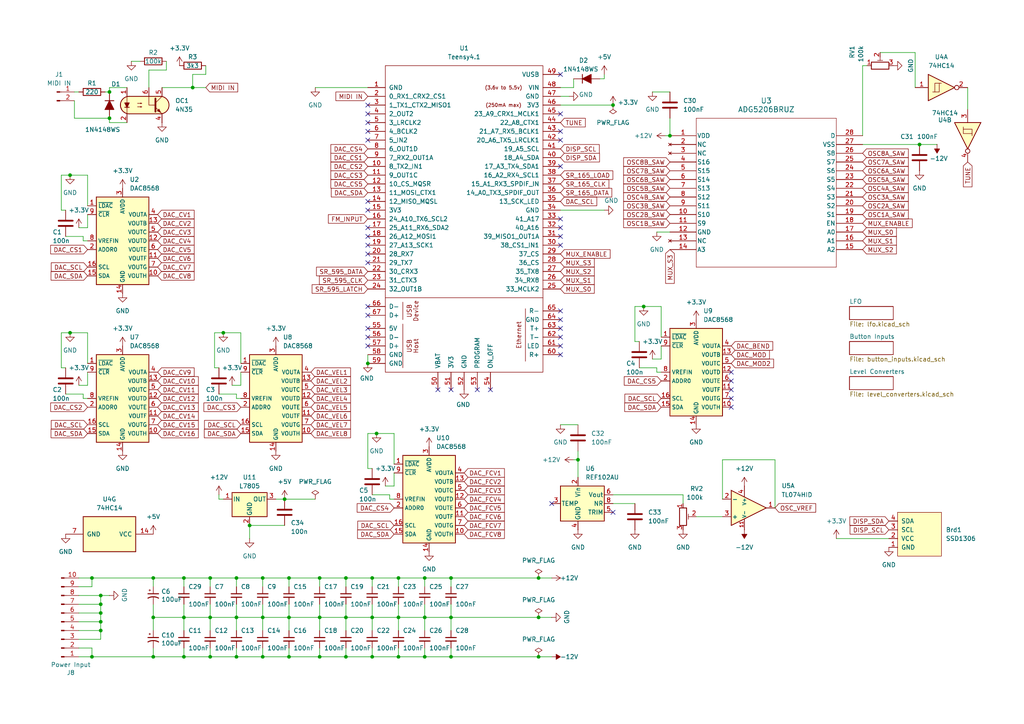
<source format=kicad_sch>
(kicad_sch (version 20250114) (generator "eeschema") (generator_version "9.0")
  (paper "A4")
  (title_block (title "8 note 16 bit MIDI to CV") (rev "0.0.1") (company "Craig Barnes") (comment 1 "Andreas Oswald Hierzenberger") (comment 2 "Transcribed by Syboxez"))
  (junction (at 60.96 190.5))
  (junction (at 106.68 105.41))
  (junction (at 156.21 167.64))
  (junction (at 107.95 190.5))
  (junction (at 53.34 179.07))
  (junction (at 44.45 179.07))
  (junction (at 53.34 167.64))
  (junction (at 107.95 179.07))
  (junction (at 107.95 167.64))
  (junction (at 100.33 167.64))
  (junction (at 92.71 167.64))
  (junction (at 20.32 96.52))
  (junction (at 68.58 190.5))
  (junction (at 83.82 167.64))
  (junction (at 167.64 133.35))
  (junction (at 60.96 179.07))
  (junction (at 82.55 144.78))
  (junction (at 130.81 190.5))
  (junction (at 64.77 96.52))
  (junction (at 44.45 167.64))
  (junction (at 177.8 30.48))
  (junction (at 76.2 190.5))
  (junction (at 100.33 179.07))
  (junction (at 92.71 190.5))
  (junction (at 55.88 25.4))
  (junction (at 130.81 167.64))
  (junction (at 100.33 190.5))
  (junction (at 156.21 179.07))
  (junction (at 123.19 179.07))
  (junction (at 60.96 167.64))
  (junction (at 26.67 190.5))
  (junction (at 76.2 167.64))
  (junction (at 31.75 34.29))
  (junction (at 130.81 179.07))
  (junction (at 186.69 88.9))
  (junction (at 109.22 125.73))
  (junction (at 76.2 179.07))
  (junction (at 266.7 41.91))
  (junction (at 44.45 190.5))
  (junction (at 194.31 39.37))
  (junction (at 83.82 179.07))
  (junction (at 31.75 26.67))
  (junction (at 68.58 179.07))
  (junction (at 115.57 179.07))
  (junction (at 83.82 190.5))
  (junction (at 29.21 172.72))
  (junction (at 115.57 167.64))
  (junction (at 29.21 175.26))
  (junction (at 156.21 190.5))
  (junction (at 29.21 182.88))
  (junction (at 20.32 50.8))
  (junction (at 29.21 180.34))
  (junction (at 123.19 190.5))
  (junction (at 92.71 179.07))
  (junction (at 68.58 167.64))
  (junction (at 115.57 190.5))
  (junction (at 53.34 190.5))
  (junction (at 72.39 152.4))
  (junction (at 29.21 177.8))
  (junction (at 123.19 167.64))
  (junction (at 26.67 167.64))
  (no_connect (at 106.68 95.25))
  (no_connect (at 106.68 30.48))
  (no_connect (at 162.56 21.59))
  (no_connect (at 212.09 118.11))
  (no_connect (at 106.68 97.79))
  (no_connect (at 106.68 71.12))
  (no_connect (at 162.56 71.12))
  (no_connect (at 130.81 113.03))
  (no_connect (at 162.56 95.25))
  (no_connect (at 160.02 146.05))
  (no_connect (at 212.09 110.49))
  (no_connect (at 212.09 115.57))
  (no_connect (at 106.68 91.44))
  (no_connect (at 162.56 66.04))
  (no_connect (at 162.56 92.71))
  (no_connect (at 106.68 40.64))
  (no_connect (at 162.56 100.33))
  (no_connect (at 106.68 73.66))
  (no_connect (at 162.56 38.1))
  (no_connect (at 106.68 38.1))
  (no_connect (at 106.68 76.2))
  (no_connect (at 138.43 113.03))
  (no_connect (at 106.68 100.33))
  (no_connect (at 106.68 58.42))
  (no_connect (at 162.56 40.64))
  (no_connect (at 162.56 102.87))
  (no_connect (at 106.68 35.56))
  (no_connect (at 106.68 66.04))
  (no_connect (at 162.56 97.79))
  (no_connect (at 106.68 68.58))
  (no_connect (at 106.68 88.9))
  (no_connect (at 162.56 68.58))
  (no_connect (at 212.09 107.95))
  (no_connect (at 106.68 33.02))
  (no_connect (at 162.56 33.02))
  (no_connect (at 162.56 90.17))
  (no_connect (at 162.56 48.26))
  (no_connect (at 106.68 60.96))
  (no_connect (at 142.24 113.03))
  (no_connect (at 212.09 113.03))
  (no_connect (at 177.8 148.59))
  (no_connect (at 162.56 63.5))
  (no_connect (at 127 113.03))
  (wire (pts (xy 68.58 114.3) (xy 68.58 115.57)))
  (wire (pts (xy 29.21 180.34) (xy 29.21 177.8)))
  (wire (pts (xy 115.57 179.07) (xy 123.19 179.07)))
  (wire (pts (xy 55.88 21.59) (xy 55.88 25.4)))
  (wire (pts (xy 43.18 20.32) (xy 43.18 25.4)))
  (wire (pts (xy 22.86 170.18) (xy 26.67 170.18)))
  (wire (pts (xy 29.21 172.72) (xy 29.21 175.26)))
  (wire (pts (xy 26.67 167.64) (xy 44.45 167.64)))
  (wire (pts (xy 83.82 175.26) (xy 83.82 179.07)))
  (wire (pts (xy 25.4 96.52) (xy 20.32 96.52)))
  (wire (pts (xy 83.82 179.07) (xy 92.71 179.07)))
  (wire (pts (xy 130.81 170.18) (xy 130.81 167.64)))
  (wire (pts (xy 44.45 170.18) (xy 44.45 167.64)))
  (wire (pts (xy 31.75 25.4) (xy 36.83 25.4)))
  (wire (pts (xy 31.75 26.67) (xy 31.75 25.4)))
  (wire (pts (xy 55.88 25.4) (xy 46.99 25.4)))
  (wire (pts (xy 107.95 175.26) (xy 107.95 179.07)))
  (wire (pts (xy 166.37 22.86) (xy 166.37 25.4)))
  (wire (pts (xy 113.03 144.78) (xy 114.3 144.78)))
  (wire (pts (xy 123.19 167.64) (xy 130.81 167.64)))
  (wire (pts (xy 106.68 125.73) (xy 106.68 135.89)))
  (wire (pts (xy 63.5 114.3) (xy 68.58 114.3)))
  (wire (pts (xy 250.19 19.05) (xy 251.46 19.05)))
  (wire (pts (xy 92.71 187.96) (xy 92.71 190.5)))
  (wire (pts (xy 62.23 106.68) (xy 63.5 106.68)))
  (wire (pts (xy 115.57 175.26) (xy 115.57 179.07)))
  (wire (pts (xy 53.34 179.07) (xy 53.34 182.88)))
  (wire (pts (xy 60.96 175.26) (xy 60.96 179.07)))
  (wire (pts (xy 115.57 179.07) (xy 115.57 182.88)))
  (wire (pts (xy 48.26 17.78) (xy 48.26 20.32)))
  (wire (pts (xy 92.71 179.07) (xy 92.71 182.88)))
  (wire (pts (xy 83.82 190.5) (xy 92.71 190.5)))
  (wire (pts (xy 68.58 170.18) (xy 68.58 167.64)))
  (wire (pts (xy 25.4 105.41) (xy 25.4 96.52)))
  (wire (pts (xy 166.37 25.4) (xy 162.56 25.4)))
  (wire (pts (xy 60.96 187.96) (xy 60.96 190.5)))
  (wire (pts (xy 59.69 25.4) (xy 55.88 25.4)))
  (wire (pts (xy 106.68 135.89) (xy 107.95 135.89)))
  (wire (pts (xy 209.55 133.35) (xy 209.55 144.78)))
  (wire (pts (xy 194.31 34.29) (xy 194.31 39.37)))
  (wire (pts (xy 162.56 60.96) (xy 175.26 60.96)))
  (wire (pts (xy 92.71 190.5) (xy 100.33 190.5)))
  (wire (pts (xy 191.77 97.79) (xy 191.77 88.9)))
  (wire (pts (xy 250.19 41.91) (xy 266.7 41.91)))
  (wire (pts (xy 123.19 170.18) (xy 123.19 167.64)))
  (wire (pts (xy 76.2 175.26) (xy 76.2 179.07)))
  (wire (pts (xy 184.15 99.06) (xy 185.42 99.06)))
  (wire (pts (xy 44.45 179.07) (xy 44.45 182.88)))
  (wire (pts (xy 201.93 149.86) (xy 209.55 149.86)))
  (wire (pts (xy 92.71 170.18) (xy 92.71 167.64)))
  (wire (pts (xy 68.58 190.5) (xy 76.2 190.5)))
  (wire (pts (xy 25.4 66.04) (xy 25.4 62.23)))
  (wire (pts (xy 24.13 68.58) (xy 24.13 69.85)))
  (wire (pts (xy 76.2 187.96) (xy 76.2 190.5)))
  (wire (pts (xy 24.13 114.3) (xy 24.13 115.57)))
  (wire (pts (xy 63.5 144.78) (xy 64.77 144.78)))
  (wire (pts (xy 68.58 187.96) (xy 68.58 190.5)))
  (wire (pts (xy 156.21 190.5) (xy 160.02 190.5)))
  (wire (pts (xy 21.59 26.67) (xy 22.86 26.67)))
  (wire (pts (xy 20.32 96.52) (xy 17.78 96.52)))
  (wire (pts (xy 26.67 187.96) (xy 26.67 190.5)))
  (wire (pts (xy 72.39 156.21) (xy 72.39 152.4)))
  (wire (pts (xy 22.86 187.96) (xy 26.67 187.96)))
  (wire (pts (xy 82.55 144.78) (xy 91.44 144.78)))
  (wire (pts (xy 100.33 187.96) (xy 100.33 190.5)))
  (wire (pts (xy 25.4 59.69) (xy 25.4 50.8)))
  (wire (pts (xy 224.79 133.35) (xy 209.55 133.35)))
  (wire (pts (xy 123.19 179.07) (xy 130.81 179.07)))
  (wire (pts (xy 173.99 22.86) (xy 175.26 22.86)))
  (wire (pts (xy 44.45 187.96) (xy 44.45 190.5)))
  (wire (pts (xy 31.75 34.29) (xy 31.75 35.56)))
  (wire (pts (xy 189.23 104.14) (xy 191.77 104.14)))
  (wire (pts (xy 113.03 143.51) (xy 113.03 144.78)))
  (wire (pts (xy 68.58 179.07) (xy 68.58 182.88)))
  (wire (pts (xy 30.48 26.67) (xy 31.75 26.67)))
  (wire (pts (xy 62.23 96.52) (xy 62.23 106.68)))
  (wire (pts (xy 53.34 190.5) (xy 60.96 190.5)))
  (wire (pts (xy 106.68 102.87) (xy 106.68 105.41)))
  (wire (pts (xy 22.86 111.76) (xy 25.4 111.76)))
  (wire (pts (xy 17.78 60.96) (xy 19.05 60.96)))
  (wire (pts (xy 67.31 111.76) (xy 69.85 111.76)))
  (wire (pts (xy 123.19 175.26) (xy 123.19 179.07)))
  (wire (pts (xy 242.57 156.21) (xy 257.81 156.21)))
  (wire (pts (xy 69.85 105.41) (xy 69.85 96.52)))
  (wire (pts (xy 22.86 66.04) (xy 25.4 66.04)))
  (wire (pts (xy 130.81 187.96) (xy 130.81 190.5)))
  (wire (pts (xy 123.19 187.96) (xy 123.19 190.5)))
  (wire (pts (xy 123.19 190.5) (xy 130.81 190.5)))
  (wire (pts (xy 271.78 41.91) (xy 266.7 41.91)))
  (wire (pts (xy 31.75 172.72) (xy 29.21 172.72)))
  (wire (pts (xy 26.67 170.18) (xy 26.67 167.64)))
  (wire (pts (xy 107.95 167.64) (xy 115.57 167.64)))
  (wire (pts (xy 190.5 67.31) (xy 194.31 67.31)))
  (wire (pts (xy 25.4 50.8) (xy 20.32 50.8)))
  (wire (pts (xy 111.76 140.97) (xy 114.3 140.97)))
  (wire (pts (xy 190.5 106.68) (xy 190.5 107.95)))
  (wire (pts (xy 107.95 187.96) (xy 107.95 190.5)))
  (wire (pts (xy 76.2 190.5) (xy 83.82 190.5)))
  (wire (pts (xy 59.69 19.05) (xy 59.69 21.59)))
  (wire (pts (xy 177.8 143.51) (xy 198.12 143.51)))
  (wire (pts (xy 250.19 39.37) (xy 250.19 19.05)))
  (wire (pts (xy 25.4 111.76) (xy 25.4 107.95)))
  (wire (pts (xy 167.64 133.35) (xy 167.64 138.43)))
  (wire (pts (xy 31.75 35.56) (xy 36.83 35.56)))
  (wire (pts (xy 162.56 30.48) (xy 177.8 30.48)))
  (wire (pts (xy 107.95 170.18) (xy 107.95 167.64)))
  (wire (pts (xy 185.42 106.68) (xy 190.5 106.68)))
  (wire (pts (xy 83.82 187.96) (xy 83.82 190.5)))
  (wire (pts (xy 76.2 167.64) (xy 83.82 167.64)))
  (wire (pts (xy 224.79 147.32) (xy 224.79 133.35)))
  (wire (pts (xy 53.34 170.18) (xy 53.34 167.64)))
  (wire (pts (xy 130.81 190.5) (xy 156.21 190.5)))
  (wire (pts (xy 107.95 179.07) (xy 115.57 179.07)))
  (wire (pts (xy 107.95 179.07) (xy 107.95 182.88)))
  (wire (pts (xy 83.82 167.64) (xy 92.71 167.64)))
  (wire (pts (xy 92.71 179.07) (xy 100.33 179.07)))
  (wire (pts (xy 24.13 69.85) (xy 25.4 69.85)))
  (wire (pts (xy 115.57 170.18) (xy 115.57 167.64)))
  (wire (pts (xy 167.64 130.81) (xy 167.64 133.35)))
  (wire (pts (xy 92.71 167.64) (xy 100.33 167.64)))
  (wire (pts (xy 44.45 179.07) (xy 53.34 179.07)))
  (wire (pts (xy 22.86 180.34) (xy 29.21 180.34)))
  (wire (pts (xy 190.5 107.95) (xy 191.77 107.95)))
  (wire (pts (xy 68.58 115.57) (xy 69.85 115.57)))
  (wire (pts (xy 60.96 167.64) (xy 68.58 167.64)))
  (wire (pts (xy 53.34 175.26) (xy 53.34 179.07)))
  (wire (pts (xy 109.22 125.73) (xy 106.68 125.73)))
  (wire (pts (xy 26.67 190.5) (xy 44.45 190.5)))
  (wire (pts (xy 69.85 96.52) (xy 64.77 96.52)))
  (wire (pts (xy 20.32 50.8) (xy 17.78 50.8)))
  (wire (pts (xy 72.39 152.4) (xy 82.55 152.4)))
  (wire (pts (xy 60.96 170.18) (xy 60.96 167.64)))
  (wire (pts (xy 76.2 179.07) (xy 83.82 179.07)))
  (wire (pts (xy 114.3 140.97) (xy 114.3 137.16)))
  (wire (pts (xy 115.57 190.5) (xy 123.19 190.5)))
  (wire (pts (xy 44.45 190.5) (xy 53.34 190.5)))
  (wire (pts (xy 17.78 96.52) (xy 17.78 106.68)))
  (wire (pts (xy 100.33 179.07) (xy 100.33 182.88)))
  (wire (pts (xy 17.78 50.8) (xy 17.78 60.96)))
  (wire (pts (xy 100.33 170.18) (xy 100.33 167.64)))
  (wire (pts (xy 76.2 179.07) (xy 76.2 182.88)))
  (wire (pts (xy 29.21 185.42) (xy 29.21 182.88)))
  (wire (pts (xy 177.8 146.05) (xy 184.15 146.05)))
  (wire (pts (xy 64.77 96.52) (xy 62.23 96.52)))
  (wire (pts (xy 100.33 175.26) (xy 100.33 179.07)))
  (wire (pts (xy 29.21 177.8) (xy 22.86 177.8)))
  (wire (pts (xy 17.78 106.68) (xy 19.05 106.68)))
  (wire (pts (xy 29.21 182.88) (xy 29.21 180.34)))
  (wire (pts (xy 156.21 167.64) (xy 160.02 167.64)))
  (wire (pts (xy 59.69 21.59) (xy 55.88 21.59)))
  (wire (pts (xy 69.85 111.76) (xy 69.85 107.95)))
  (wire (pts (xy 48.26 20.32) (xy 43.18 20.32)))
  (wire (pts (xy 130.81 167.64) (xy 156.21 167.64)))
  (wire (pts (xy 63.5 143.51) (xy 63.5 144.78)))
  (wire (pts (xy 255.27 15.24) (xy 265.43 15.24)))
  (wire (pts (xy 107.95 143.51) (xy 113.03 143.51)))
  (wire (pts (xy 68.58 167.64) (xy 76.2 167.64)))
  (wire (pts (xy 114.3 134.62) (xy 114.3 125.73)))
  (wire (pts (xy 60.96 179.07) (xy 68.58 179.07)))
  (wire (pts (xy 22.86 167.64) (xy 26.67 167.64)))
  (wire (pts (xy 21.59 29.21) (xy 21.59 34.29)))
  (wire (pts (xy 53.34 179.07) (xy 60.96 179.07)))
  (wire (pts (xy 156.21 179.07) (xy 160.02 179.07)))
  (wire (pts (xy 22.86 182.88) (xy 29.21 182.88)))
  (wire (pts (xy 83.82 179.07) (xy 83.82 182.88)))
  (wire (pts (xy 100.33 190.5) (xy 107.95 190.5)))
  (wire (pts (xy 22.86 185.42) (xy 29.21 185.42)))
  (wire (pts (xy 184.15 88.9) (xy 184.15 99.06)))
  (wire (pts (xy 19.05 68.58) (xy 24.13 68.58)))
  (wire (pts (xy 80.01 144.78) (xy 82.55 144.78)))
  (wire (pts (xy 60.96 179.07) (xy 60.96 182.88)))
  (wire (pts (xy 91.44 25.4) (xy 106.68 25.4)))
  (wire (pts (xy 191.77 104.14) (xy 191.77 100.33)))
  (wire (pts (xy 21.59 34.29) (xy 31.75 34.29)))
  (wire (pts (xy 115.57 187.96) (xy 115.57 190.5)))
  (wire (pts (xy 130.81 179.07) (xy 130.81 182.88)))
  (wire (pts (xy 115.57 167.64) (xy 123.19 167.64)))
  (wire (pts (xy 53.34 167.64) (xy 60.96 167.64)))
  (wire (pts (xy 76.2 170.18) (xy 76.2 167.64)))
  (wire (pts (xy 68.58 179.07) (xy 76.2 179.07)))
  (wire (pts (xy 198.12 143.51) (xy 198.12 146.05)))
  (wire (pts (xy 83.82 170.18) (xy 83.82 167.64)))
  (wire (pts (xy 130.81 175.26) (xy 130.81 179.07)))
  (wire (pts (xy 38.1 17.78) (xy 40.64 17.78)))
  (wire (pts (xy 68.58 175.26) (xy 68.58 179.07)))
  (wire (pts (xy 92.71 175.26) (xy 92.71 179.07)))
  (wire (pts (xy 22.86 175.26) (xy 29.21 175.26)))
  (wire (pts (xy 22.86 172.72) (xy 29.21 172.72)))
  (wire (pts (xy 186.69 88.9) (xy 184.15 88.9)))
  (wire (pts (xy 60.96 190.5) (xy 68.58 190.5)))
  (wire (pts (xy 191.77 88.9) (xy 186.69 88.9)))
  (wire (pts (xy 123.19 179.07) (xy 123.19 182.88)))
  (wire (pts (xy 162.56 123.19) (xy 167.64 123.19)))
  (wire (pts (xy 130.81 179.07) (xy 156.21 179.07)))
  (wire (pts (xy 53.34 187.96) (xy 53.34 190.5)))
  (wire (pts (xy 22.86 190.5) (xy 26.67 190.5)))
  (wire (pts (xy 44.45 175.26) (xy 44.45 179.07)))
  (wire (pts (xy 162.56 27.94) (xy 165.1 27.94)))
  (wire (pts (xy 44.45 167.64) (xy 53.34 167.64)))
  (wire (pts (xy 280.67 25.4) (xy 280.67 31.75)))
  (wire (pts (xy 166.37 133.35) (xy 167.64 133.35)))
  (wire (pts (xy 114.3 125.73) (xy 109.22 125.73)))
  (wire (pts (xy 24.13 115.57) (xy 25.4 115.57)))
  (wire (pts (xy 100.33 179.07) (xy 107.95 179.07)))
  (wire (pts (xy 194.31 39.37) (xy 193.04 39.37)))
  (wire (pts (xy 189.23 26.67) (xy 194.31 26.67)))
  (wire (pts (xy 265.43 15.24) (xy 265.43 25.4)))
  (wire (pts (xy 175.26 21.59) (xy 175.26 22.86)))
  (wire (pts (xy 19.05 114.3) (xy 24.13 114.3)))
  (wire (pts (xy 29.21 175.26) (xy 29.21 177.8)))
  (wire (pts (xy 100.33 167.64) (xy 107.95 167.64)))
  (wire (pts (xy 107.95 190.5) (xy 115.57 190.5)))
  (global_label "DAC_VEL5" (shape input) (at 90.17 118.11 0) (property "Intersheetrefs" "${INTERSHEET_REFS}" (effects (hide yes))))
  (global_label "DAC_CV5" (shape input) (at 45.72 72.39 0) (property "Intersheetrefs" "${INTERSHEET_REFS}" (effects (hide yes))))
  (global_label "SR_165_LOAD" (shape input) (at 162.56 50.8 0) (property "Intersheetrefs" "${INTERSHEET_REFS}" (effects (hide yes))))
  (global_label "OSC2B_SAW" (shape input) (at 194.31 62.23 180) (property "Intersheetrefs" "${INTERSHEET_REFS}" (effects (hide yes))))
  (global_label "SR_595_LATCH" (shape input) (at 106.68 83.82 180) (property "Intersheetrefs" "${INTERSHEET_REFS}" (effects (hide yes))))
  (global_label "DAC_CS5" (shape input) (at 191.77 110.49 180) (property "Intersheetrefs" "${INTERSHEET_REFS}" (effects (hide yes))))
  (global_label "DAC_BEND" (shape input) (at 212.09 100.33 0) (property "Intersheetrefs" "${INTERSHEET_REFS}" (effects (hide yes))))
  (global_label "MIDI IN" (shape input) (at 106.68 27.94 180) (property "Intersheetrefs" "${INTERSHEET_REFS}" (effects (hide yes))))
  (global_label "OSC6A_SAW" (shape input) (at 250.19 49.53 0) (property "Intersheetrefs" "${INTERSHEET_REFS}" (effects (hide yes))))
  (global_label "OSC5B_SAW" (shape input) (at 194.31 54.61 180) (property "Intersheetrefs" "${INTERSHEET_REFS}" (effects (hide yes))))
  (global_label "MUX_S3" (shape input) (at 194.31 72.39 270) (property "Intersheetrefs" "${INTERSHEET_REFS}" (effects (hide yes))))
  (global_label "DAC_CV6" (shape input) (at 45.72 74.93 0) (property "Intersheetrefs" "${INTERSHEET_REFS}" (effects (hide yes))))
  (global_label "OSC5A_SAW" (shape input) (at 250.19 52.07 0) (property "Intersheetrefs" "${INTERSHEET_REFS}" (effects (hide yes))))
  (global_label "DAC_CV7" (shape input) (at 45.72 77.47 0) (property "Intersheetrefs" "${INTERSHEET_REFS}" (effects (hide yes))))
  (global_label "DAC_CS3" (shape input) (at 69.85 118.11 180) (property "Intersheetrefs" "${INTERSHEET_REFS}" (effects (hide yes))))
  (global_label "DAC_MOD2" (shape input) (at 212.09 105.41 0) (property "Intersheetrefs" "${INTERSHEET_REFS}" (effects (hide yes))))
  (global_label "OSC3A_SAW" (shape input) (at 250.19 57.15 0) (property "Intersheetrefs" "${INTERSHEET_REFS}" (effects (hide yes))))
  (global_label "MIDI IN" (shape input) (at 59.69 25.4 0) (property "Intersheetrefs" "${INTERSHEET_REFS}" (effects (hide yes))))
  (global_label "MUX_S2" (shape input) (at 162.56 78.74 0) (property "Intersheetrefs" "${INTERSHEET_REFS}" (effects (hide yes))))
  (global_label "DISP_SDA" (shape input) (at 162.56 45.72 0) (property "Intersheetrefs" "${INTERSHEET_REFS}" (effects (hide yes))))
  (global_label "DAC_CS2" (shape input) (at 106.68 48.26 180) (property "Intersheetrefs" "${INTERSHEET_REFS}" (effects (hide yes))))
  (global_label "OSC7A_SAW" (shape input) (at 250.19 46.99 0) (property "Intersheetrefs" "${INTERSHEET_REFS}" (effects (hide yes))))
  (global_label "DAC_CV15" (shape input) (at 45.72 123.19 0) (property "Intersheetrefs" "${INTERSHEET_REFS}" (effects (hide yes))))
  (global_label "DAC_SCL" (shape input) (at 25.4 123.19 180) (property "Intersheetrefs" "${INTERSHEET_REFS}" (effects (hide yes))))
  (global_label "DAC_SCL" (shape input) (at 114.3 152.4 180) (property "Intersheetrefs" "${INTERSHEET_REFS}" (effects (hide yes))))
  (global_label "DAC_FCV3" (shape input) (at 134.62 142.24 0) (property "Intersheetrefs" "${INTERSHEET_REFS}" (effects (hide yes))))
  (global_label "DAC_MOD" (shape input) (at 212.09 102.87 0) (property "Intersheetrefs" "${INTERSHEET_REFS}" (effects (hide yes))))
  (global_label "FM_INPUT" (shape input) (at 106.68 63.5 180) (property "Intersheetrefs" "${INTERSHEET_REFS}" (effects (hide yes))))
  (global_label "DAC_VEL3" (shape input) (at 90.17 113.03 0) (property "Intersheetrefs" "${INTERSHEET_REFS}" (effects (hide yes))))
  (global_label "DAC_CV16" (shape input) (at 45.72 125.73 0) (property "Intersheetrefs" "${INTERSHEET_REFS}" (effects (hide yes))))
  (global_label "DAC_SDA" (shape input) (at 25.4 80.01 180) (property "Intersheetrefs" "${INTERSHEET_REFS}" (effects (hide yes))))
  (global_label "DAC_FCV1" (shape input) (at 134.62 137.16 0) (property "Intersheetrefs" "${INTERSHEET_REFS}" (effects (hide yes))))
  (global_label "DAC_CS4" (shape input) (at 114.3 147.32 180) (property "Intersheetrefs" "${INTERSHEET_REFS}" (effects (hide yes))))
  (global_label "DAC_SDA" (shape input) (at 114.3 154.94 180) (property "Intersheetrefs" "${INTERSHEET_REFS}" (effects (hide yes))))
  (global_label "DAC_CV4" (shape input) (at 45.72 69.85 0) (property "Intersheetrefs" "${INTERSHEET_REFS}" (effects (hide yes))))
  (global_label "OSC4B_SAW" (shape input) (at 194.31 57.15 180) (property "Intersheetrefs" "${INTERSHEET_REFS}" (effects (hide yes))))
  (global_label "DAC_CS3" (shape input) (at 106.68 50.8 180) (property "Intersheetrefs" "${INTERSHEET_REFS}" (effects (hide yes))))
  (global_label "DAC_CV14" (shape input) (at 45.72 120.65 0) (property "Intersheetrefs" "${INTERSHEET_REFS}" (effects (hide yes))))
  (global_label "DAC_CV8" (shape input) (at 45.72 80.01 0) (property "Intersheetrefs" "${INTERSHEET_REFS}" (effects (hide yes))))
  (global_label "DAC_SDA" (shape input) (at 25.4 125.73 180) (property "Intersheetrefs" "${INTERSHEET_REFS}" (effects (hide yes))))
  (global_label "SR_165_DATA" (shape input) (at 162.56 55.88 0) (property "Intersheetrefs" "${INTERSHEET_REFS}" (effects (hide yes))))
  (global_label "DAC_CV13" (shape input) (at 45.72 118.11 0) (property "Intersheetrefs" "${INTERSHEET_REFS}" (effects (hide yes))))
  (global_label "DISP_SDA" (shape input) (at 257.81 151.13 180) (property "Intersheetrefs" "${INTERSHEET_REFS}" (effects (hide yes))))
  (global_label "OSC8A_SAW" (shape input) (at 250.19 44.45 0) (property "Intersheetrefs" "${INTERSHEET_REFS}" (effects (hide yes))))
  (global_label "SR_165_CLK" (shape input) (at 162.56 53.34 0) (property "Intersheetrefs" "${INTERSHEET_REFS}" (effects (hide yes))))
  (global_label "DAC_SDA" (shape input) (at 69.85 125.73 180) (property "Intersheetrefs" "${INTERSHEET_REFS}" (effects (hide yes))))
  (global_label "DAC_VEL8" (shape input) (at 90.17 125.73 0) (property "Intersheetrefs" "${INTERSHEET_REFS}" (effects (hide yes))))
  (global_label "DAC_SCL" (shape input) (at 25.4 77.47 180) (property "Intersheetrefs" "${INTERSHEET_REFS}" (effects (hide yes))))
  (global_label "SR_595_CLK" (shape input) (at 106.68 81.28 180) (property "Intersheetrefs" "${INTERSHEET_REFS}" (effects (hide yes))))
  (global_label "MUX_ENABLE" (shape input) (at 250.19 64.77 0) (property "Intersheetrefs" "${INTERSHEET_REFS}" (effects (hide yes))))
  (global_label "MUX_S1" (shape input) (at 162.56 81.28 0) (property "Intersheetrefs" "${INTERSHEET_REFS}" (effects (hide yes))))
  (global_label "DAC_VEL1" (shape input) (at 90.17 107.95 0) (property "Intersheetrefs" "${INTERSHEET_REFS}" (effects (hide yes))))
  (global_label "MUX_S0" (shape input) (at 250.19 67.31 0) (property "Intersheetrefs" "${INTERSHEET_REFS}" (effects (hide yes))))
  (global_label "DAC_CV11" (shape input) (at 45.72 113.03 0) (property "Intersheetrefs" "${INTERSHEET_REFS}" (effects (hide yes))))
  (global_label "DAC_CV1" (shape input) (at 45.72 62.23 0) (property "Intersheetrefs" "${INTERSHEET_REFS}" (effects (hide yes))))
  (global_label "DAC_CV3" (shape input) (at 45.72 67.31 0) (property "Intersheetrefs" "${INTERSHEET_REFS}" (effects (hide yes))))
  (global_label "DAC_CV12" (shape input) (at 45.72 115.57 0) (property "Intersheetrefs" "${INTERSHEET_REFS}" (effects (hide yes))))
  (global_label "DAC_SCL" (shape input) (at 69.85 123.19 180) (property "Intersheetrefs" "${INTERSHEET_REFS}" (effects (hide yes))))
  (global_label "OSC3B_SAW" (shape input) (at 194.31 59.69 180) (property "Intersheetrefs" "${INTERSHEET_REFS}" (effects (hide yes))))
  (global_label "DAC_CV10" (shape input) (at 45.72 110.49 0) (property "Intersheetrefs" "${INTERSHEET_REFS}" (effects (hide yes))))
  (global_label "OSC_VREF" (shape input) (at 224.79 147.32 0) (property "Intersheetrefs" "${INTERSHEET_REFS}" (effects (hide yes))))
  (global_label "OSC1B_SAW" (shape input) (at 194.31 64.77 180) (property "Intersheetrefs" "${INTERSHEET_REFS}" (effects (hide yes))))
  (global_label "DAC_SDA" (shape input) (at 106.68 55.88 180) (property "Intersheetrefs" "${INTERSHEET_REFS}" (effects (hide yes))))
  (global_label "DAC_SCL" (shape input) (at 191.77 115.57 180) (property "Intersheetrefs" "${INTERSHEET_REFS}" (effects (hide yes))))
  (global_label "DAC_CS4" (shape input) (at 106.68 43.18 180) (property "Intersheetrefs" "${INTERSHEET_REFS}" (effects (hide yes))))
  (global_label "OSC1A_SAW" (shape input) (at 250.19 62.23 0) (property "Intersheetrefs" "${INTERSHEET_REFS}" (effects (hide yes))))
  (global_label "DISP_SCL" (shape input) (at 257.81 153.67 180) (property "Intersheetrefs" "${INTERSHEET_REFS}" (effects (hide yes))))
  (global_label "MUX_S1" (shape input) (at 250.19 69.85 0) (property "Intersheetrefs" "${INTERSHEET_REFS}" (effects (hide yes))))
  (global_label "DAC_FCV5" (shape input) (at 134.62 147.32 0) (property "Intersheetrefs" "${INTERSHEET_REFS}" (effects (hide yes))))
  (global_label "DAC_CS5" (shape input) (at 106.68 53.34 180) (property "Intersheetrefs" "${INTERSHEET_REFS}" (effects (hide yes))))
  (global_label "DAC_VEL6" (shape input) (at 90.17 120.65 0) (property "Intersheetrefs" "${INTERSHEET_REFS}" (effects (hide yes))))
  (global_label "MUX_S3" (shape input) (at 162.56 76.2 0) (property "Intersheetrefs" "${INTERSHEET_REFS}" (effects (hide yes))))
  (global_label "DAC_CV2" (shape input) (at 45.72 64.77 0) (property "Intersheetrefs" "${INTERSHEET_REFS}" (effects (hide yes))))
  (global_label "DAC_VEL2" (shape input) (at 90.17 110.49 0) (property "Intersheetrefs" "${INTERSHEET_REFS}" (effects (hide yes))))
  (global_label "MUX_S2" (shape input) (at 250.19 72.39 0) (property "Intersheetrefs" "${INTERSHEET_REFS}" (effects (hide yes))))
  (global_label "OSC8B_SAW" (shape input) (at 194.31 46.99 180) (property "Intersheetrefs" "${INTERSHEET_REFS}" (effects (hide yes))))
  (global_label "OSC2A_SAW" (shape input) (at 250.19 59.69 0) (property "Intersheetrefs" "${INTERSHEET_REFS}" (effects (hide yes))))
  (global_label "OSC6B_SAW" (shape input) (at 194.31 52.07 180) (property "Intersheetrefs" "${INTERSHEET_REFS}" (effects (hide yes))))
  (global_label "OSC7B_SAW" (shape input) (at 194.31 49.53 180) (property "Intersheetrefs" "${INTERSHEET_REFS}" (effects (hide yes))))
  (global_label "DAC_CS1" (shape input) (at 25.4 72.39 180) (property "Intersheetrefs" "${INTERSHEET_REFS}" (effects (hide yes))))
  (global_label "DAC_CV9" (shape input) (at 45.72 107.95 0) (property "Intersheetrefs" "${INTERSHEET_REFS}" (effects (hide yes))))
  (global_label "OSC4A_SAW" (shape input) (at 250.19 54.61 0) (property "Intersheetrefs" "${INTERSHEET_REFS}" (effects (hide yes))))
  (global_label "TUNE" (shape input) (at 280.67 46.99 270) (property "Intersheetrefs" "${INTERSHEET_REFS}" (effects (hide yes))))
  (global_label "DAC_FCV4" (shape input) (at 134.62 144.78 0) (property "Intersheetrefs" "${INTERSHEET_REFS}" (effects (hide yes))))
  (global_label "DAC_VEL4" (shape input) (at 90.17 115.57 0) (property "Intersheetrefs" "${INTERSHEET_REFS}" (effects (hide yes))))
  (global_label "DAC_SCL" (shape input) (at 162.56 58.42 0) (property "Intersheetrefs" "${INTERSHEET_REFS}" (effects (hide yes))))
  (global_label "DAC_FCV7" (shape input) (at 134.62 152.4 0) (property "Intersheetrefs" "${INTERSHEET_REFS}" (effects (hide yes))))
  (global_label "DAC_SDA" (shape input) (at 191.77 118.11 180) (property "Intersheetrefs" "${INTERSHEET_REFS}" (effects (hide yes))))
  (global_label "DAC_FCV2" (shape input) (at 134.62 139.7 0) (property "Intersheetrefs" "${INTERSHEET_REFS}" (effects (hide yes))))
  (global_label "MUX_ENABLE" (shape input) (at 162.56 73.66 0) (property "Intersheetrefs" "${INTERSHEET_REFS}" (effects (hide yes))))
  (global_label "DISP_SCL" (shape input) (at 162.56 43.18 0) (property "Intersheetrefs" "${INTERSHEET_REFS}" (effects (hide yes))))
  (global_label "SR_595_DATA" (shape input) (at 106.68 78.74 180) (property "Intersheetrefs" "${INTERSHEET_REFS}" (effects (hide yes))))
  (global_label "DAC_FCV6" (shape input) (at 134.62 149.86 0) (property "Intersheetrefs" "${INTERSHEET_REFS}" (effects (hide yes))))
  (global_label "MUX_S0" (shape input) (at 162.56 83.82 0) (property "Intersheetrefs" "${INTERSHEET_REFS}" (effects (hide yes))))
  (global_label "TUNE" (shape input) (at 162.56 35.56 0) (property "Intersheetrefs" "${INTERSHEET_REFS}" (effects (hide yes))))
  (global_label "DAC_FCV8" (shape input) (at 134.62 154.94 0) (property "Intersheetrefs" "${INTERSHEET_REFS}" (effects (hide yes))))
  (global_label "DAC_CS1" (shape input) (at 106.68 45.72 180) (property "Intersheetrefs" "${INTERSHEET_REFS}" (effects (hide yes))))
  (global_label "DAC_VEL7" (shape input) (at 90.17 123.19 0) (property "Intersheetrefs" "${INTERSHEET_REFS}" (effects (hide yes))))
  (global_label "DAC_CS2" (shape input) (at 25.4 118.11 180) (property "Intersheetrefs" "${INTERSHEET_REFS}" (effects (hide yes))))
  (symbol (lib_id "power:+12V") (at 160.02 167.64 270) (unit 1)
    (property "Reference" "#PWR029" (effects (hide yes)))
    (property "Value" "+12V" (at 165.1 167.64 90))
  )
  (symbol (lib_id "power:-12V") (at 160.02 190.5 270) (unit 1)
    (property "Reference" "#PWR035" (effects (hide yes)))
    (property "Value" "-12V" (at 165.1 190.5 90))
  )
  (symbol (lib_id "Device:CP1_Small") (at 44.45 185.42 0) (unit 1)
    (property "Reference" "C10" (at 46.7614 184.2516 0) (effects (justify left)))
    (property "Value" "100uF" (at 46.7614 186.563 0) (effects (justify left)))
    (property "Footprint" "Capacitor_THT:CP_Radial_D5.0mm_P2.00mm" (effects (hide yes)))
  )
  (symbol (lib_id "power:GND") (at 160.02 179.07 90) (unit 1)
    (property "Reference" "#PWR032" (effects (hide yes)))
    (property "Value" "GND" (at 164.4142 178.943 0))
  )
  (symbol (lib_id "power:GND") (at 31.75 172.72 90) (unit 1)
    (property "Reference" "#PWR031" (effects (hide yes)))
    (property "Value" "GND" (at 36.1442 172.593 0))
  )
  (symbol (lib_id "power:GND") (at 20.32 96.52 0) (unit 1)
    (property "Reference" "#PWR06" (effects (hide yes)))
    (property "Value" "GND" (at 20.32 101.6 0))
    (property "Description" "Power symbol creates a global label with name \"GND\" , ground" (effects (hide yes)))
  )
  (symbol (lib_id "Analog_DAC:DAC7578xPW") (at 35.56 69.85 0) (unit 1)
    (property "Reference" "U2" (at 37.616 52.07 0) (effects (justify left)))
    (property "Value" "DAC8568" (at 37.616 54.61 0) (effects (justify left)))
    (property "Footprint" "Package_SO:TSSOP-16_4.4x5mm_P0.65mm" (effects (hide yes)))
    (property "Datasheet" "http://www.ti.com/lit/ds/symlink/dac5578.pdf" (effects (hide yes)))
    (property "Description" "12-Bit, Octal-Channel, Ultra-Low Glitch, Voltage Output, Two-Wire Interface Digital-to-Analog Converters, TSSOP-16" (effects (hide yes)))
  )
  (symbol (lib_id "Device:C") (at 19.05 110.49 0) (unit 1)
    (property "Reference" "C2" (at 15.24 113.03 0) (effects (justify left)))
    (property "Value" "100n" (at 15.24 115.57 0) (effects (justify left)))
    (property "Footprint" "Capacitor_SMD:C_0805_2012Metric_Pad1.18x1.45mm_HandSolder" (effects (hide yes)))
    (property "Description" "Unpolarized capacitor" (effects (hide yes)))
  )
  (symbol (lib_id "PCM_4ms_Power-symbol:+3.3V") (at 22.86 66.04 0) (unit 1)
    (property "Reference" "#PWR05" (effects (hide yes)))
    (property "Value" "+3.3V" (at 22.86 60.96 0))
  )
  (symbol (lib_id "Device:C") (at 19.05 64.77 0) (unit 1)
    (property "Reference" "C1" (at 15.24 67.31 0) (effects (justify left)))
    (property "Value" "100n" (at 15.24 69.85 0) (effects (justify left)))
    (property "Footprint" "Capacitor_SMD:C_0805_2012Metric_Pad1.18x1.45mm_HandSolder" (effects (hide yes)))
    (property "Description" "Unpolarized capacitor" (effects (hide yes)))
  )
  (symbol (lib_id "Analog_DAC:DAC7578xPW") (at 35.56 115.57 0) (unit 1)
    (property "Reference" "U7" (at 37.616 97.79 0) (effects (justify left)))
    (property "Value" "DAC8568" (at 37.616 100.33 0) (effects (justify left)))
    (property "Footprint" "Package_SO:TSSOP-16_4.4x5mm_P0.65mm" (effects (hide yes)))
    (property "Datasheet" "http://www.ti.com/lit/ds/symlink/dac5578.pdf" (effects (hide yes)))
    (property "Description" "12-Bit, Octal-Channel, Ultra-Low Glitch, Voltage Output, Two-Wire Interface Digital-to-Analog Converters, TSSOP-16" (effects (hide yes)))
  )
  (symbol (lib_id "Device:R_Potentiometer_Trim") (at 255.27 19.05 90) (unit 1)
    (property "Reference" "RV1" (at 247.142 13.208 0) (effects (justify right)))
    (property "Value" "100k" (at 249.682 13.208 0) (effects (justify right)))
    (property "Footprint" "PCM_Potentiometer_THT_AKL:Potentiometer_Runtron_RM-065_Vertical" (effects (hide yes)))
    (property "Description" "Trim-potentiometer" (effects (hide yes)))
  )
  (symbol (lib_id "PCM_4ms_Power-symbol:+3.3V") (at 80.01 100.33 0) (unit 1)
    (property "Reference" "#PWR023" (effects (hide yes)))
    (property "Value" "+3.3V" (at 80.01 95.25 0))
  )
  (symbol (lib_id "power:GND") (at 106.68 105.41 0) (unit 1)
    (property "Reference" "#PWR054" (effects (hide yes)))
    (property "Value" "GND" (at 108.458 109.728 0) (effects (justify right)))
    (property "Description" "Power symbol creates a global label with name \"GND\" , ground" (effects (hide yes)))
  )
  (symbol (lib_id "power:GND") (at 20.32 50.8 0) (unit 1)
    (property "Reference" "#PWR04" (effects (hide yes)))
    (property "Value" "GND" (at 20.32 55.88 0))
    (property "Description" "Power symbol creates a global label with name \"GND\" , ground" (effects (hide yes)))
  )
  (symbol (lib_id "power:GND") (at 190.5 67.31 0) (unit 1)
    (property "Reference" "#PWR039" (effects (hide yes)))
    (property "Value" "GND" (at 190.5 72.39 0))
    (property "Description" "Power symbol creates a global label with name \"GND\" , ground" (effects (hide yes)))
  )
  (symbol (lib_id "power:GND") (at 175.26 60.96 90) (unit 1)
    (property "Reference" "#PWR052" (effects (hide yes)))
    (property "Value" "GND" (at 175.26 58.166 90) (effects (justify right)))
    (property "Description" "Power symbol creates a global label with name \"GND\" , ground" (effects (hide yes)))
  )
  (symbol (lib_id "Connector:Conn_01x10_Male") (at 17.78 180.34 0) (mirror x) (unit 1)
    (property "Reference" "J8" (at 20.5232 195.0974 0))
    (property "Value" "Power Input" (at 20.5232 192.786 0))
    (property "Footprint" "Connector_IDC:IDC-Header_2x05_P2.54mm_Vertical" (effects (hide yes)))
  )
  (symbol (lib_id "Device:C_Small") (at 130.81 172.72 0) (unit 1)
    (property "Reference" "C27" (at 132.08 170.18 0) (effects (justify left)))
    (property "Value" "100nF" (at 132.08 175.26 0) (effects (justify left)))
    (property "Footprint" "Capacitor_SMD:C_0805_2012Metric_Pad1.18x1.45mm_HandSolder" (effects (hide yes)))
  )
  (symbol (lib_id "PCM_Amplifier_Operational_AKL:TL074HID") (at 215.9 147.32 0) (unit 1)
    (property "Reference" "U5" (at 228.6 140.8998 0))
    (property "Value" "TL074HID" (at 231.14 143.51 0))
    (property "Footprint" "PCM_Package_SO_AKL:SOIC-14_3.9x8.7mm_P1.27mm" (effects (hide yes)))
    (property "Datasheet" "https://www.ti.com/lit/ds/symlink/tl072h.pdf?ts=1635057479364" (effects (hide yes)))
    (property "Description" "SO-14 Quad JFET Low Noise Operational Amplifier, 4mV Offset, 8nV/√Hz Noise, 1MHz GBW, Alternate KiCAD Library" (effects (hide yes)))
  )
  (symbol (lib_id "Device:C_Small") (at 100.33 185.42 0) (unit 1)
    (property "Reference" "C20" (at 101.6 182.88 0) (effects (justify left)))
    (property "Value" "100nF" (at 101.6 187.96 0) (effects (justify left)))
    (property "Footprint" "Capacitor_SMD:C_0805_2012Metric_Pad1.18x1.45mm_HandSolder" (effects (hide yes)))
  )
  (symbol (lib_id "SSD1306-128x64_OLED:SSD1306") (at 266.7 154.94 90) (unit 1)
    (property "Reference" "Brd1" (at 274.32 153.6699 90) (effects (justify right)))
    (property "Value" "SSD1306" (at 274.32 156.2099 90) (effects (justify right)))
    (property "Footprint" "SSD1306:128x64OLED" (effects (hide yes)))
    (property "Description" "SSD1306 OLED" (effects (hide yes)))
  )
  (symbol (lib_id "Reference_Voltage:REF102AU") (at 170.18 146.05 0) (unit 1)
    (property "Reference" "U6" (at 169.7833 135.89 0) (effects (justify left)))
    (property "Value" "REF102AU" (at 169.7833 138.43 0) (effects (justify left)))
    (property "Footprint" "Package_SO:SOIC-8_3.9x4.9mm_P1.27mm" (effects (hide yes)))
    (property "Datasheet" "http://www.ti.com/lit/ds/symlink/ref02.pdf" (effects (hide yes)))
    (property "Description" "10V ±10mV Precision Voltage Reference, SO-8" (effects (hide yes)))
  )
  (symbol (lib_id "Device:C_Small") (at 83.82 185.42 0) (unit 1)
    (property "Reference" "C16" (at 85.09 182.88 0) (effects (justify left)))
    (property "Value" "100nF" (at 85.09 187.96 0) (effects (justify left)))
    (property "Footprint" "Capacitor_SMD:C_0805_2012Metric_Pad1.18x1.45mm_HandSolder" (effects (hide yes)))
  )
  (symbol (lib_id "power:PWR_FLAG") (at 177.8 30.48 0) (mirror x) (unit 1)
    (property "Reference" "#FLG01" (effects (hide yes)))
    (property "Value" "PWR_FLAG" (at 177.8 35.56 0))
    (property "Description" "Special symbol for telling ERC where power comes from" (effects (hide yes)))
  )
  (symbol (lib_id "power:GND") (at 184.15 153.67 0) (unit 1)
    (property "Reference" "#PWR042" (effects (hide yes)))
    (property "Value" "GND" (at 184.15 158.75 0))
    (property "Description" "Power symbol creates a global label with name \"GND\" , ground" (effects (hide yes)))
  )
  (symbol (lib_id "Device:C_Small") (at 123.19 185.42 0) (unit 1)
    (property "Reference" "C26" (at 124.46 182.88 0) (effects (justify left)))
    (property "Value" "100nF" (at 124.46 187.96 0) (effects (justify left)))
    (property "Footprint" "Capacitor_SMD:C_0805_2012Metric_Pad1.18x1.45mm_HandSolder" (effects (hide yes)))
  )
  (symbol (lib_id "power:+12V") (at 63.5 143.51 0) (unit 1)
    (property "Reference" "#PWR048" (effects (hide yes)))
    (property "Value" "+12V" (at 63.5 138.43 0))
  )
  (symbol (lib_id "Device:C_Small") (at 92.71 185.42 0) (unit 1)
    (property "Reference" "C18" (at 93.98 182.88 0) (effects (justify left)))
    (property "Value" "100nF" (at 93.98 187.96 0) (effects (justify left)))
    (property "Footprint" "Capacitor_SMD:C_0805_2012Metric_Pad1.18x1.45mm_HandSolder" (effects (hide yes)))
  )
  (symbol (lib_id "power:GND") (at 201.93 123.19 0) (unit 1)
    (property "Reference" "#PWR017" (effects (hide yes)))
    (property "Value" "GND" (at 201.93 128.27 0))
    (property "Description" "Power symbol creates a global label with name \"GND\" , ground" (effects (hide yes)))
  )
  (symbol (lib_id "power:GND") (at 80.01 130.81 0) (unit 1)
    (property "Reference" "#PWR016" (effects (hide yes)))
    (property "Value" "GND" (at 80.01 135.89 0))
    (property "Description" "Power symbol creates a global label with name \"GND\" , ground" (effects (hide yes)))
  )
  (symbol (lib_id "Device:C_Small") (at 60.96 185.42 0) (unit 1)
    (property "Reference" "C12" (at 62.23 182.88 0) (effects (justify left)))
    (property "Value" "100nF" (at 62.23 187.96 0) (effects (justify left)))
    (property "Footprint" "Capacitor_SMD:C_0805_2012Metric_Pad1.18x1.45mm_HandSolder" (effects (hide yes)))
  )
  (symbol (lib_id "power:GND") (at 167.64 153.67 0) (unit 1)
    (property "Reference" "#PWR038" (effects (hide yes)))
    (property "Value" "GND" (at 167.64 158.75 0))
    (property "Description" "Power symbol creates a global label with name \"GND\" , ground" (effects (hide yes)))
  )
  (symbol (lib_id "PCM_4ms_Power-symbol:+3.3V") (at 124.46 129.54 0) (unit 1)
    (property "Reference" "#PWR025" (effects (hide yes)))
    (property "Value" "+3.3V" (at 124.46 124.46 0))
  )
  (symbol (lib_id "PCM_4ms_Power-symbol:+3.3V") (at 201.93 92.71 0) (unit 1)
    (property "Reference" "#PWR024" (effects (hide yes)))
    (property "Value" "+3.3V" (at 201.93 87.63 0))
  )
  (symbol (lib_id "power:GND") (at 266.7 49.53 0) (unit 1)
    (property "Reference" "#PWR040" (effects (hide yes)))
    (property "Value" "GND" (at 266.7 54.61 0))
    (property "Description" "Power symbol creates a global label with name \"GND\" , ground" (effects (hide yes)))
  )
  (symbol (lib_id "PCM_Diode_AKL:1N4148WS") (at 170.18 22.86 180) (unit 1)
    (property "Reference" "D2" (at 167.894 17.526 0) (effects (justify right)))
    (property "Value" "1N4148WS" (at 163.322 20.066 0) (effects (justify right)))
    (property "Footprint" "Diode_SMD:D_SOD-323_HandSoldering" (effects (hide yes)))
    (property "Datasheet" "https://datasheet.octopart.com/1N4148WS-13-F-Diodes-Inc.-datasheet-11839050.pdf" (effects (hide yes)))
    (property "Description" "SOD-323 Diode, Small Signal, Fast Switching, 75V, 150mA, 4ns, Alternate KiCad Library" (effects (hide yes)))
  )
  (symbol (lib_id "Analog_DAC:DAC7578xPW") (at 80.01 115.57 0) (unit 1)
    (property "Reference" "U8" (at 82.066 97.79 0) (effects (justify left)))
    (property "Value" "DAC8568" (at 82.066 100.33 0) (effects (justify left)))
    (property "Footprint" "Package_SO:TSSOP-16_4.4x5mm_P0.65mm" (effects (hide yes)))
    (property "Datasheet" "http://www.ti.com/lit/ds/symlink/dac5578.pdf" (effects (hide yes)))
    (property "Description" "12-Bit, Octal-Channel, Ultra-Low Glitch, Voltage Output, Two-Wire Interface Digital-to-Analog Converters, TSSOP-16" (effects (hide yes)))
  )
  (symbol (lib_id "Device:C_Small") (at 60.96 172.72 0) (unit 1)
    (property "Reference" "C7" (at 62.23 170.18 0) (effects (justify left)))
    (property "Value" "100nF" (at 62.23 175.26 0) (effects (justify left)))
    (property "Footprint" "Capacitor_SMD:C_0805_2012Metric_Pad1.18x1.45mm_HandSolder" (effects (hide yes)))
  )
  (symbol (lib_id "PCM_4ms_Power-symbol:+3.3V") (at 52.07 19.05 0) (unit 1)
    (property "Reference" "#PWR03" (effects (hide yes)))
    (property "Value" "+3.3V" (at 52.07 13.97 0))
  )
  (symbol (lib_id "Device:C_Small") (at 53.34 185.42 0) (unit 1)
    (property "Reference" "C11" (at 54.61 182.88 0) (effects (justify left)))
    (property "Value" "100nF" (at 54.61 187.96 0) (effects (justify left)))
    (property "Footprint" "Capacitor_SMD:C_0805_2012Metric_Pad1.18x1.45mm_HandSolder" (effects (hide yes)))
  )
  (symbol (lib_id "PCM_Optocoupler_AKL:4N35") (at 40.64 30.48 0) (unit 1)
    (property "Reference" "OC1" (at 50.8 29.2099 0) (effects (justify left)))
    (property "Value" "4N35" (at 50.8 31.7499 0) (effects (justify left)))
    (property "Footprint" "PCM_Package_DIP_AKL:DIP-6_W7.62mm_LongPads" (effects (hide yes)))
    (property "Datasheet" "https://www.tme.eu/Document/dcf7498395ab0bb3b43b93aa74a679d1/4N35-VIS.pdf" (effects (hide yes)))
    (property "Description" "DIP-6 Optocoupler, Transistor output with base connection, 5kV, 10us, Alternate KiCAD Library" (effects (hide yes)))
  )
  (symbol (lib_id "power:GND") (at 165.1 27.94 90) (unit 1)
    (property "Reference" "#PWR047" (effects (hide yes)))
    (property "Value" "GND" (at 167.894 27.432 90) (effects (justify right)))
    (property "Description" "Power symbol creates a global label with name \"GND\" , ground" (effects (hide yes)))
  )
  (symbol (lib_id "Device:C_Small") (at 123.19 172.72 0) (unit 1)
    (property "Reference" "C25" (at 124.46 170.18 0) (effects (justify left)))
    (property "Value" "100nF" (at 124.46 175.26 0) (effects (justify left)))
    (property "Footprint" "Capacitor_SMD:C_0805_2012Metric_Pad1.18x1.45mm_HandSolder" (effects (hide yes)))
  )
  (symbol (lib_id "power:GND") (at 189.23 26.67 0) (unit 1)
    (property "Reference" "#PWR030" (effects (hide yes)))
    (property "Value" "GND" (at 189.23 31.75 0))
    (property "Description" "Power symbol creates a global label with name \"GND\" , ground" (effects (hide yes)))
  )
  (symbol (lib_id "power:GND") (at 124.46 160.02 0) (unit 1)
    (property "Reference" "#PWR018" (effects (hide yes)))
    (property "Value" "GND" (at 124.46 165.1 0))
    (property "Description" "Power symbol creates a global label with name \"GND\" , ground" (effects (hide yes)))
  )
  (symbol (lib_id "Device:C_Small") (at 92.71 172.72 0) (unit 1)
    (property "Reference" "C17" (at 93.98 170.18 0) (effects (justify left)))
    (property "Value" "100nF" (at 93.98 175.26 0) (effects (justify left)))
    (property "Footprint" "Capacitor_SMD:C_0805_2012Metric_Pad1.18x1.45mm_HandSolder" (effects (hide yes)))
  )
  (symbol (lib_id "Device:C_Small") (at 68.58 185.42 0) (unit 1)
    (property "Reference" "C13" (at 69.85 182.88 0) (effects (justify left)))
    (property "Value" "100nF" (at 69.85 187.96 0) (effects (justify left)))
    (property "Footprint" "Capacitor_SMD:C_0805_2012Metric_Pad1.18x1.45mm_HandSolder" (effects (hide yes)))
  )
  (symbol (lib_id "Connector:Conn_01x02_Pin") (at 16.51 26.67 0) (unit 1)
    (property "Reference" "J1" (at 17.145 21.59 0))
    (property "Value" "MIDI IN" (at 17.145 24.13 0))
    (property "Footprint" "Eurocad:MIDI_DIN5" (effects (hide yes)))
    (property "Description" "Generic connector, single row, 01x02, script generated" (effects (hide yes)))
  )
  (symbol (lib_id "Device:C") (at 194.31 30.48 0) (unit 1)
    (property "Reference" "C30" (at 198.12 29.2099 0) (effects (justify left)))
    (property "Value" "100nF" (at 198.12 31.7499 0) (effects (justify left)))
    (property "Footprint" "Capacitor_SMD:C_0805_2012Metric_Pad1.18x1.45mm_HandSolder" (effects (hide yes)))
    (property "Description" "Unpolarized capacitor" (effects (hide yes)))
  )
  (symbol (lib_id "Device:C") (at 107.95 139.7 0) (unit 1)
    (property "Reference" "C5" (at 104.14 142.24 0) (effects (justify left)))
    (property "Value" "100n" (at 104.14 144.78 0) (effects (justify left)))
    (property "Footprint" "Capacitor_SMD:C_0805_2012Metric_Pad1.18x1.45mm_HandSolder" (effects (hide yes)))
    (property "Description" "Unpolarized capacitor" (effects (hide yes)))
  )
  (symbol (lib_id "power:+5V") (at 175.26 21.59 0) (unit 1)
    (property "Reference" "#PWR051" (effects (hide yes)))
    (property "Value" "+5V" (at 175.26 16.51 0))
    (property "Description" "Power symbol creates a global label with name \"+5V\"" (effects (hide yes)))
  )
  (symbol (lib_id "Device:C_Small") (at 107.95 185.42 0) (unit 1)
    (property "Reference" "C22" (at 109.22 182.88 0) (effects (justify left)))
    (property "Value" "100nF" (at 109.22 187.96 0) (effects (justify left)))
    (property "Footprint" "Capacitor_SMD:C_0805_2012Metric_Pad1.18x1.45mm_HandSolder" (effects (hide yes)))
  )
  (symbol (lib_id "power:GND") (at 198.12 153.67 0) (unit 1)
    (property "Reference" "#PWR043" (effects (hide yes)))
    (property "Value" "GND" (at 198.12 158.75 0))
    (property "Description" "Power symbol creates a global label with name \"GND\" , ground" (effects (hide yes)))
  )
  (symbol (lib_id "power:+15V") (at 215.9 140.97 0) (unit 1)
    (property "Reference" "#PWR044" (effects (hide yes)))
    (property "Value" "+12V" (at 215.9 135.89 0))
    (property "Description" "Power symbol creates a global label with name \"+15V\"" (effects (hide yes)))
  )
  (symbol (lib_id "power:GND") (at 134.62 113.03 0) (unit 1)
    (property "Reference" "#PWR053" (effects (hide yes)))
    (property "Value" "GND" (at 136.398 117.348 0) (effects (justify right)))
    (property "Description" "Power symbol creates a global label with name \"GND\" , ground" (effects (hide yes)))
  )
  (symbol (lib_id "Device:R_Potentiometer_Trim") (at 198.12 149.86 0) (unit 1)
    (property "Reference" "RV2" (at 203.962 141.732 0) (effects (justify right)))
    (property "Value" "100k" (at 203.962 144.272 0) (effects (justify right)))
    (property "Footprint" "PCM_Potentiometer_THT_AKL:Potentiometer_Runtron_RM-065_Vertical" (effects (hide yes)))
    (property "Description" "Trim-potentiometer" (effects (hide yes)))
  )
  (symbol (lib_id "power:+5V") (at 44.45 154.94 0) (unit 1)
    (property "Reference" "#PWR020" (effects (hide yes)))
    (property "Value" "+5V" (at 44.45 149.86 0))
    (property "Description" "Power symbol creates a global label with name \"+5V\"" (effects (hide yes)))
  )
  (symbol (lib_id "PCM_4ms_Power-symbol:+3.3V") (at 22.86 111.76 0) (unit 1)
    (property "Reference" "#PWR07" (effects (hide yes)))
    (property "Value" "+3.3V" (at 22.86 106.68 0))
  )
  (symbol (lib_id "Device:R") (at 26.67 26.67 90) (unit 1)
    (property "Reference" "R1" (at 26.67 24.13 90))
    (property "Value" "220" (at 26.67 26.67 90))
    (property "Footprint" "PCM_Resistor_SMD_AKL:R_0805_2012Metric_Pad1.15x1.40mm_HandSolder" (effects (hide yes)))
    (property "Description" "Resistor" (effects (hide yes)))
  )
  (symbol (lib_id "power:+15V") (at 193.04 39.37 90) (unit 1)
    (property "Reference" "#PWR033" (effects (hide yes)))
    (property "Value" "+12V" (at 189.23 39.3699 90) (effects (justify left)))
    (property "Description" "Power symbol creates a global label with name \"+15V\"" (effects (hide yes)))
  )
  (symbol (lib_id "Device:C_Small") (at 76.2 185.42 0) (unit 1)
    (property "Reference" "C14" (at 77.47 182.88 0) (effects (justify left)))
    (property "Value" "100nF" (at 77.47 187.96 0) (effects (justify left)))
    (property "Footprint" "Capacitor_SMD:C_0805_2012Metric_Pad1.18x1.45mm_HandSolder" (effects (hide yes)))
  )
  (symbol (lib_id "Device:C") (at 266.7 45.72 0) (unit 1)
    (property "Reference" "C31" (at 261.112 39.624 0) (effects (justify left)))
    (property "Value" "100nF" (at 265.938 39.624 0) (effects (justify left)))
    (property "Footprint" "Capacitor_SMD:C_0805_2012Metric_Pad1.18x1.45mm_HandSolder" (effects (hide yes)))
    (property "Description" "Unpolarized capacitor" (effects (hide yes)))
  )
  (symbol (lib_id "power:GND") (at 162.56 123.19 0) (unit 1)
    (property "Reference" "#PWR036" (effects (hide yes)))
    (property "Value" "GND" (at 162.56 128.27 0))
    (property "Description" "Power symbol creates a global label with name \"GND\" , ground" (effects (hide yes)))
  )
  (symbol (lib_id "power:GND") (at 64.77 96.52 0) (unit 1)
    (property "Reference" "#PWR08" (effects (hide yes)))
    (property "Value" "GND" (at 64.77 101.6 0))
    (property "Description" "Power symbol creates a global label with name \"GND\" , ground" (effects (hide yes)))
  )
  (symbol (lib_name "-12V_1") (lib_id "power:-12V") (at 271.78 41.91 180) (unit 1)
    (property "Reference" "#PWR034" (effects (hide yes)))
    (property "Value" "-12V" (at 272.288 45.974 0))
    (property "Description" "Power symbol creates a global label with name \"-12V\"" (effects (hide yes)))
  )
  (symbol (lib_id "power:GND") (at 35.56 85.09 0) (unit 1)
    (property "Reference" "#PWR014" (effects (hide yes)))
    (property "Value" "GND" (at 35.56 90.17 0))
    (property "Description" "Power symbol creates a global label with name \"GND\" , ground" (effects (hide yes)))
  )
  (symbol (lib_id "Device:C") (at 82.55 148.59 0) (unit 1)
    (property "Reference" "C34" (at 84.328 151.638 0) (effects (justify left)))
    (property "Value" "100n" (at 84.328 154.178 0) (effects (justify left)))
    (property "Footprint" "Capacitor_SMD:C_0805_2012Metric_Pad1.18x1.45mm_HandSolder" (effects (hide yes)))
    (property "Description" "Unpolarized capacitor" (effects (hide yes)))
  )
  (symbol (lib_id "power:GND") (at 72.39 156.21 0) (unit 1)
    (property "Reference" "#PWR049" (effects (hide yes)))
    (property "Value" "GND" (at 72.39 161.29 0))
    (property "Description" "Power symbol creates a global label with name \"GND\" , ground" (effects (hide yes)))
  )
  (symbol (lib_id "power:GND") (at 35.56 130.81 0) (unit 1)
    (property "Reference" "#PWR015" (effects (hide yes)))
    (property "Value" "GND" (at 35.56 135.89 0))
    (property "Description" "Power symbol creates a global label with name \"GND\" , ground" (effects (hide yes)))
  )
  (symbol (lib_id "PCM_4ms_Power-symbol:+3.3V") (at 242.57 156.21 0) (unit 1)
    (property "Reference" "#PWR027" (effects (hide yes)))
    (property "Value" "+3.3V" (at 242.57 151.13 0))
  )
  (symbol (lib_id "74xx:74HC14") (at 273.05 25.4 0) (unit 1)
    (property "Reference" "U4" (at 273.05 16.51 0))
    (property "Value" "74HC14" (at 273.05 19.05 0))
    (property "Footprint" "Package_DIP:DIP-14_W7.62mm_LongPads" (effects (hide yes)))
    (property "Datasheet" "http://www.ti.com/lit/gpn/sn74HC14" (effects (hide yes)))
    (property "Description" "Hex inverter schmitt trigger" (effects (hide yes)))
  )
  (symbol (lib_id "Device:R") (at 55.88 19.05 90) (unit 1)
    (property "Reference" "R3" (at 55.88 16.51 90))
    (property "Value" "3k3" (at 55.88 19.05 90))
    (property "Footprint" "PCM_Resistor_SMD_AKL:R_0805_2012Metric_Pad1.15x1.40mm_HandSolder" (effects (hide yes)))
    (property "Description" "Resistor" (effects (hide yes)))
  )
  (symbol (lib_id "PCM_4ms_Power-symbol:+3.3V") (at 177.8 30.48 0) (unit 1)
    (property "Reference" "#PWR046" (effects (hide yes)))
    (property "Value" "+3.3V" (at 182.118 29.718 0))
  )
  (symbol (lib_id "Device:C") (at 63.5 110.49 0) (unit 1)
    (property "Reference" "C3" (at 59.69 113.03 0) (effects (justify left)))
    (property "Value" "100n" (at 59.69 115.57 0) (effects (justify left)))
    (property "Footprint" "Capacitor_SMD:C_0805_2012Metric_Pad1.18x1.45mm_HandSolder" (effects (hide yes)))
    (property "Description" "Unpolarized capacitor" (effects (hide yes)))
  )
  (symbol (lib_id "PCM_4ms_Power-symbol:+3.3V") (at 111.76 140.97 0) (unit 1)
    (property "Reference" "#PWR013" (effects (hide yes)))
    (property "Value" "+3.3V" (at 111.76 135.89 0))
  )
  (symbol (lib_id "power:GND") (at 257.81 158.75 0) (unit 1)
    (property "Reference" "#PWR028" (effects (hide yes)))
    (property "Value" "GND" (at 257.81 163.83 0))
    (property "Description" "Power symbol creates a global label with name \"GND\" , ground" (effects (hide yes)))
  )
  (symbol (lib_name "-12V_1") (lib_id "power:-12V") (at 215.9 153.67 180) (unit 1)
    (property "Reference" "#PWR045" (effects (hide yes)))
    (property "Value" "-12V" (at 215.9 158.75 0))
    (property "Description" "Power symbol creates a global label with name \"-12V\"" (effects (hide yes)))
  )
  (symbol (lib_id "2025-11-11_06-28-52:ADG5206BRUZ") (at 194.31 39.37 0) (unit 1)
    (property "Reference" "U3" (at 222.25 29.21 0) (effects (font (size 1.524 1.524))))
    (property "Value" "ADG5206BRUZ" (at 222.25 31.75 0) (effects (font (size 1.524 1.524))))
    (property "Footprint" "footprints:RU_28_ADI" (effects (hide yes)))
    (property "Datasheet" "https://www.analog.com/media/en/technical-documentation/data-sheets/ADG5206_5207.pdf" (effects (hide yes)))
  )
  (symbol (lib_id "Analog_DAC:DAC7578xPW") (at 124.46 144.78 0) (unit 1)
    (property "Reference" "U10" (at 126.516 127 0) (effects (justify left)))
    (property "Value" "DAC8568" (at 126.516 129.54 0) (effects (justify left)))
    (property "Footprint" "Package_SO:TSSOP-16_4.4x5mm_P0.65mm" (effects (hide yes)))
    (property "Datasheet" "http://www.ti.com/lit/ds/symlink/dac5578.pdf" (effects (hide yes)))
    (property "Description" "12-Bit, Octal-Channel, Ultra-Low Glitch, Voltage Output, Two-Wire Interface Digital-to-Analog Converters, TSSOP-16" (effects (hide yes)))
  )
  (symbol (lib_id "power:GND") (at 91.44 25.4 0) (unit 1)
    (property "Reference" "#PWR026" (effects (hide yes)))
    (property "Value" "GND" (at 91.44 30.48 0))
    (property "Description" "Power symbol creates a global label with name \"GND\" , ground" (effects (hide yes)))
  )
  (symbol (lib_id "74xx:74HC14") (at 280.67 39.37 270) (unit 2)
    (property "Reference" "U4" (at 272.034 34.798 90) (effects (justify left)))
    (property "Value" "74HC14" (at 270.256 32.766 90) (effects (justify left)))
    (property "Footprint" "Package_DIP:DIP-14_W7.62mm_LongPads" (effects (hide yes)))
    (property "Datasheet" "http://www.ti.com/lit/gpn/sn74HC14" (effects (hide yes)))
    (property "Description" "Hex inverter schmitt trigger" (effects (hide yes)))
  )
  (symbol (lib_id "Regulator_Linear:L7805") (at 72.39 144.78 0) (unit 1)
    (property "Reference" "U11" (at 72.39 138.43 0))
    (property "Value" "L7805" (at 72.39 140.97 0))
    (property "Footprint" "PCM_4ms_Package_TO:TO-220-3_Vertical" (effects (hide yes)))
    (property "Datasheet" "http://www.st.com/content/ccc/resource/technical/document/datasheet/41/4f/b3/b0/12/d4/47/88/CD00000444.pdf/files/CD00000444.pdf/jcr:content/translations/en.CD00000444.pdf" (effects (hide yes)))
    (property "Description" "Positive 1.5A 35V Linear Regulator, Fixed Output 5V, TO-220/TO-263/TO-252" (effects (hide yes)))
  )
  (symbol (lib_id "power:GND") (at 109.22 125.73 0) (unit 1)
    (property "Reference" "#PWR012" (effects (hide yes)))
    (property "Value" "GND" (at 109.22 130.81 0))
    (property "Description" "Power symbol creates a global label with name \"GND\" , ground" (effects (hide yes)))
  )
  (symbol (lib_id "Device:C") (at 185.42 102.87 0) (unit 1)
    (property "Reference" "C4" (at 181.61 105.41 0) (effects (justify left)))
    (property "Value" "100n" (at 181.61 107.95 0) (effects (justify left)))
    (property "Footprint" "Capacitor_SMD:C_0805_2012Metric_Pad1.18x1.45mm_HandSolder" (effects (hide yes)))
    (property "Description" "Unpolarized capacitor" (effects (hide yes)))
  )
  (symbol (lib_id "PCM_4ms_Power-symbol:+3.3V") (at 67.31 111.76 0) (unit 1)
    (property "Reference" "#PWR09" (effects (hide yes)))
    (property "Value" "+3.3V" (at 67.31 106.68 0))
  )
  (symbol (lib_id "Device:C_Small") (at 130.81 185.42 0) (unit 1)
    (property "Reference" "C28" (at 132.08 182.88 0) (effects (justify left)))
    (property "Value" "100nF" (at 132.08 187.96 0) (effects (justify left)))
    (property "Footprint" "Capacitor_SMD:C_0805_2012Metric_Pad1.18x1.45mm_HandSolder" (effects (hide yes)))
  )
  (symbol (lib_id "Device:C") (at 184.15 149.86 0) (unit 1)
    (property "Reference" "C33" (at 187.96 148.5899 0) (effects (justify left)))
    (property "Value" "100nF" (at 187.96 151.1299 0) (effects (justify left)))
    (property "Footprint" "Capacitor_SMD:C_0805_2012Metric_Pad1.18x1.45mm_HandSolder" (effects (hide yes)))
    (property "Description" "Unpolarized capacitor" (effects (hide yes)))
  )
  (symbol (lib_id "PCM_4ms_Power-symbol:+3.3V") (at 35.56 54.61 0) (unit 1)
    (property "Reference" "#PWR021" (effects (hide yes)))
    (property "Value" "+3.3V" (at 35.56 49.53 0))
  )
  (symbol (lib_id "power:GND") (at 38.1 17.78 0) (unit 1)
    (property "Reference" "#PWR02" (effects (hide yes)))
    (property "Value" "GND" (at 38.1 22.86 0))
    (property "Description" "Power symbol creates a global label with name \"GND\" , ground" (effects (hide yes)))
  )
  (symbol (lib_id "teensy:Teensy4.1") (at 134.62 80.01 0) (unit 1)
    (property "Reference" "U1" (at 134.62 13.97 0))
    (property "Value" "Teensy4.1" (at 134.62 16.51 0))
    (property "Footprint" "teensy:Teensy41" (effects (hide yes)))
  )
  (symbol (lib_id "power:GND") (at 186.69 88.9 0) (unit 1)
    (property "Reference" "#PWR010" (effects (hide yes)))
    (property "Value" "GND" (at 186.69 93.98 0))
    (property "Description" "Power symbol creates a global label with name \"GND\" , ground" (effects (hide yes)))
  )
  (symbol (lib_id "PCM_Diode_AKL:1N4148WS") (at 31.75 30.48 90) (unit 1)
    (property "Reference" "D1" (at 32.258 24.384 90) (effects (justify right)))
    (property "Value" "1N4148WS" (at 24.638 37.592 90) (effects (justify right)))
    (property "Footprint" "Diode_SMD:D_SOD-323_HandSoldering" (effects (hide yes)))
    (property "Datasheet" "https://datasheet.octopart.com/1N4148WS-13-F-Diodes-Inc.-datasheet-11839050.pdf" (effects (hide yes)))
    (property "Description" "SOD-323 Diode, Small Signal, Fast Switching, 75V, 150mA, 4ns, Alternate KiCad Library" (effects (hide yes)))
  )
  (symbol (lib_id "power:PWR_FLAG") (at 156.21 190.5 0) (unit 1)
    (property "Reference" "#FLG04" (effects (hide yes)))
    (property "Value" "PWR_FLAG" (at 156.21 185.42 0))
    (property "Description" "Special symbol for telling ERC where power comes from" (effects (hide yes)))
  )
  (symbol (lib_id "Device:C_Small") (at 68.58 172.72 0) (unit 1)
    (property "Reference" "C8" (at 69.85 170.18 0) (effects (justify left)))
    (property "Value" "100nF" (at 69.85 175.26 0) (effects (justify left)))
    (property "Footprint" "Capacitor_SMD:C_0805_2012Metric_Pad1.18x1.45mm_HandSolder" (effects (hide yes)))
  )
  (symbol (lib_id "power:PWR_FLAG") (at 156.21 179.07 0) (unit 1)
    (property "Reference" "#FLG05" (effects (hide yes)))
    (property "Value" "PWR_FLAG" (at 156.21 173.99 0))
    (property "Description" "Special symbol for telling ERC where power comes from" (effects (hide yes)))
  )
  (symbol (lib_id "Analog_DAC:DAC7578xPW") (at 201.93 107.95 0) (unit 1)
    (property "Reference" "U9" (at 203.986 90.17 0) (effects (justify left)))
    (property "Value" "DAC8568" (at 203.986 92.71 0) (effects (justify left)))
    (property "Footprint" "Package_SO:TSSOP-16_4.4x5mm_P0.65mm" (effects (hide yes)))
    (property "Datasheet" "http://www.ti.com/lit/ds/symlink/dac5578.pdf" (effects (hide yes)))
    (property "Description" "12-Bit, Octal-Channel, Ultra-Low Glitch, Voltage Output, Two-Wire Interface Digital-to-Analog Converters, TSSOP-16" (effects (hide yes)))
  )
  (symbol (lib_id "Device:C_Small") (at 76.2 172.72 0) (unit 1)
    (property "Reference" "C9" (at 77.47 170.18 0) (effects (justify left)))
    (property "Value" "100nF" (at 77.47 175.26 0) (effects (justify left)))
    (property "Footprint" "Capacitor_SMD:C_0805_2012Metric_Pad1.18x1.45mm_HandSolder" (effects (hide yes)))
  )
  (symbol (lib_id "PCM_4ms_Power-symbol:+3.3V") (at 35.56 100.33 0) (unit 1)
    (property "Reference" "#PWR022" (effects (hide yes)))
    (property "Value" "+3.3V" (at 35.56 95.25 0))
  )
  (symbol (lib_id "power:+5V") (at 82.55 144.78 0) (unit 1)
    (property "Reference" "#PWR050" (effects (hide yes)))
    (property "Value" "+5V" (at 82.55 139.7 0))
    (property "Description" "Power symbol creates a global label with name \"+5V\"" (effects (hide yes)))
  )
  (symbol (lib_id "Device:C_Small") (at 100.33 172.72 0) (unit 1)
    (property "Reference" "C19" (at 101.6 170.18 0) (effects (justify left)))
    (property "Value" "100nF" (at 101.6 175.26 0) (effects (justify left)))
    (property "Footprint" "Capacitor_SMD:C_0805_2012Metric_Pad1.18x1.45mm_HandSolder" (effects (hide yes)))
  )
  (symbol (lib_id "PCM_4ms_Power-symbol:+3.3V") (at 189.23 104.14 0) (unit 1)
    (property "Reference" "#PWR011" (effects (hide yes)))
    (property "Value" "+3.3V" (at 189.23 99.06 0))
  )
  (symbol (lib_id "power:GND") (at 46.99 35.56 0) (unit 1)
    (property "Reference" "#PWR01" (effects (hide yes)))
    (property "Value" "GND" (at 46.99 40.64 0))
    (property "Description" "Power symbol creates a global label with name \"GND\" , ground" (effects (hide yes)))
  )
  (symbol (lib_id "power:GND") (at 259.08 19.05 90) (unit 1)
    (property "Reference" "#PWR041" (effects (hide yes)))
    (property "Value" "GND" (at 264.16 19.05 0))
    (property "Description" "Power symbol creates a global label with name \"GND\" , ground" (effects (hide yes)))
  )
  (symbol (lib_id "Device:R") (at 44.45 17.78 90) (unit 1)
    (property "Reference" "R2" (at 44.45 15.24 90))
    (property "Value" "100k" (at 44.45 17.78 90))
    (property "Footprint" "PCM_Resistor_SMD_AKL:R_0805_2012Metric_Pad1.15x1.40mm_HandSolder" (effects (hide yes)))
    (property "Description" "Resistor" (effects (hide yes)))
  )
  (symbol (lib_id "power:PWR_FLAG") (at 91.44 144.78 0) (unit 1)
    (property "Reference" "#FLG02" (effects (hide yes)))
    (property "Value" "PWR_FLAG" (at 91.44 139.7 0))
    (property "Description" "Special symbol for telling ERC where power comes from" (effects (hide yes)))
  )
  (symbol (lib_id "Device:CP1_Small") (at 44.45 172.72 0) (unit 1)
    (property "Reference" "C6" (at 46.7614 171.5516 0) (effects (justify left)))
    (property "Value" "100uF" (at 46.7614 173.863 0) (effects (justify left)))
    (property "Footprint" "Capacitor_THT:CP_Radial_D5.0mm_P2.00mm" (effects (hide yes)))
  )
  (symbol (lib_id "power:+15V") (at 166.37 133.35 90) (unit 1)
    (property "Reference" "#PWR037" (effects (hide yes)))
    (property "Value" "+12V" (at 162.56 133.3499 90) (effects (justify left)))
    (property "Description" "Power symbol creates a global label with name \"+15V\"" (effects (hide yes)))
  )
  (symbol (lib_id "Device:C_Small") (at 115.57 172.72 0) (unit 1)
    (property "Reference" "C23" (at 116.84 170.18 0) (effects (justify left)))
    (property "Value" "100nF" (at 116.84 175.26 0) (effects (justify left)))
    (property "Footprint" "Capacitor_SMD:C_0805_2012Metric_Pad1.18x1.45mm_HandSolder" (effects (hide yes)))
  )
  (symbol (lib_id "power:GND") (at 19.05 154.94 0) (unit 1)
    (property "Reference" "#PWR019" (effects (hide yes)))
    (property "Value" "GND" (at 19.05 160.02 0))
    (property "Description" "Power symbol creates a global label with name \"GND\" , ground" (effects (hide yes)))
  )
  (symbol (lib_id "Device:C_Small") (at 83.82 172.72 0) (unit 1)
    (property "Reference" "C15" (at 85.09 170.18 0) (effects (justify left)))
    (property "Value" "100nF" (at 85.09 175.26 0) (effects (justify left)))
    (property "Footprint" "Capacitor_SMD:C_0805_2012Metric_Pad1.18x1.45mm_HandSolder" (effects (hide yes)))
  )
  (symbol (lib_id "74xx:74HC14") (at 31.75 154.94 270) (unit 7)
    (property "Reference" "U4" (at 31.75 144.78 90))
    (property "Value" "74HC14" (at 31.75 147.32 90))
    (property "Footprint" "Package_DIP:DIP-14_W7.62mm_LongPads" (effects (hide yes)))
    (property "Datasheet" "http://www.ti.com/lit/gpn/sn74HC14" (effects (hide yes)))
    (property "Description" "Hex inverter schmitt trigger" (effects (hide yes)))
  )
  (symbol (lib_id "Device:C_Small") (at 115.57 185.42 0) (unit 1)
    (property "Reference" "C24" (at 116.84 182.88 0) (effects (justify left)))
    (property "Value" "100nF" (at 116.84 187.96 0) (effects (justify left)))
    (property "Footprint" "Capacitor_SMD:C_0805_2012Metric_Pad1.18x1.45mm_HandSolder" (effects (hide yes)))
  )
  (symbol (lib_id "Device:C_Small") (at 107.95 172.72 0) (unit 1)
    (property "Reference" "C21" (at 109.22 170.18 0) (effects (justify left)))
    (property "Value" "100nF" (at 109.22 175.26 0) (effects (justify left)))
    (property "Footprint" "Capacitor_SMD:C_0805_2012Metric_Pad1.18x1.45mm_HandSolder" (effects (hide yes)))
  )
  (symbol (lib_id "Device:C") (at 167.64 127 0) (unit 1)
    (property "Reference" "C32" (at 171.45 125.7299 0) (effects (justify left)))
    (property "Value" "100nF" (at 171.45 128.2699 0) (effects (justify left)))
    (property "Footprint" "Capacitor_SMD:C_0805_2012Metric_Pad1.18x1.45mm_HandSolder" (effects (hide yes)))
    (property "Description" "Unpolarized capacitor" (effects (hide yes)))
  )
  (symbol (lib_id "power:PWR_FLAG") (at 156.21 167.64 0) (unit 1)
    (property "Reference" "#FLG03" (effects (hide yes)))
    (property "Value" "PWR_FLAG" (at 156.21 162.56 0))
    (property "Description" "Special symbol for telling ERC where power comes from" (effects (hide yes)))
  )
  (symbol (lib_id "Device:C_Small") (at 53.34 172.72 0) (unit 1)
    (property "Reference" "C29" (at 54.61 170.18 0) (effects (justify left)))
    (property "Value" "100nF" (at 54.61 175.26 0) (effects (justify left)))
    (property "Footprint" "Capacitor_SMD:C_0805_2012Metric_Pad1.18x1.45mm_HandSolder" (effects (hide yes)))
  )
  (sheet (at 246.38 88.9) (size 12.7 3.81) (stroke (width 0.1524))
    (property "Sheetname" "LFO" (at 246.38 88.1884 0) (effects (justify left bottom)))
    (property "Sheetfile" "lfo.kicad_sch" (at 246.38 93.2946 0) (effects (justify left top)))
  )
  (sheet (at 246.38 109.22) (size 12.7 3.81) (stroke (width 0.1524))
    (property "Sheetname" "Level Converters" (at 246.38 108.5084 0) (effects (justify left bottom)))
    (property "Sheetfile" "level_converters.kicad_sch" (at 246.38 113.6146 0) (effects (justify left top)))
  )
  (sheet (at 246.38 99.06) (size 12.7 3.81) (stroke (width 0.1524))
    (property "Sheetname" "Button Inputs" (at 246.38 98.3484 0) (effects (justify left bottom)))
    (property "Sheetfile" "button_inputs.kicad_sch" (at 246.38 103.4546 0) (effects (justify left top)))
  )
)
</source>
